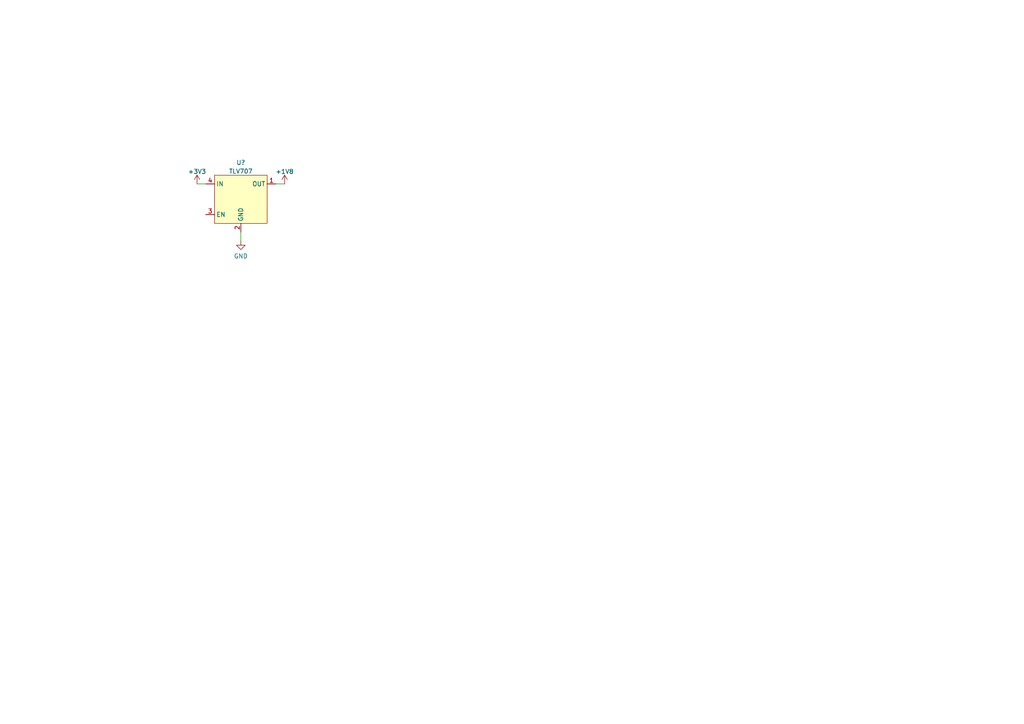
<source format=kicad_sch>
(kicad_sch (version 20211123) (generator eeschema)
  (paper "A4")
  (lib_symbols
    (symbol "Voltage_Regulators_Linear:TLV707"
      (property "Reference" "U?" (at 0 2.379 0))
      (property "Value" "TLV707" (at 0 -0.1579 0))
      (symbol "TLV707_0_1"
        (rectangle (start -7.62 -1.27) (end 7.62 -15.24) (stroke (width 0.1524)) (fill (type background)))
      )
      (symbol "TLV707_1_1"
        (pin input line (at 10.16 -3.81 180) (length 2.54) (name "OUT") (number "1"))
        (pin input line (at 0 -17.78 90) (length 2.54) (name "GND") (number "2"))
        (pin input line (at -10.16 -12.7 0) (length 2.54) (name "EN") (number "3"))
        (pin input line (at -10.16 -3.81 0) (length 2.54) (name "IN") (number "4"))
      )
    )
    (symbol "power:+1V8" (power) (pin_names (offset 0))
      (property "Value" "+1V8" (at 0 3.556 0))
      (symbol "+1V8_0_1"
        (polyline (pts (xy -0.762 1.27) (xy 0 2.54)))
        (polyline (pts (xy 0 0) (xy 0 2.54)))
        (polyline (pts (xy 0 2.54) (xy 0.762 1.27)))
      )
      (symbol "+1V8_1_1"
        (pin power_in line (at 0 0 90) (length 0) hide (name "+1V8") (number "1"))
      )
    )
    (symbol "power:+3.3V" (power) (pin_names (offset 0))
      (property "Value" "+3.3V" (at 0 3.556 0))
      (symbol "+3.3V_0_1"
        (polyline (pts (xy -0.762 1.27) (xy 0 2.54)))
        (polyline (pts (xy 0 0) (xy 0 2.54)))
        (polyline (pts (xy 0 2.54) (xy 0.762 1.27)))
      )
      (symbol "+3.3V_1_1"
        (pin power_in line (at 0 0 90) (length 0) hide (name "+3V3") (number "1"))
      )
    )
    (symbol "power:GND" (power) (pin_names (offset 0))
      (property "Value" "GND" (at 0 -3.81 0))
      (symbol "GND_0_1"
        (polyline (pts (xy 0 0) (xy 0 -1.27) (xy 1.27 -1.27) (xy 0 -2.54) (xy -1.27 -1.27) (xy 0 -1.27)))
      )
      (symbol "GND_1_1"
        (pin power_in line (at 0 0 270) (length 0) hide (name "GND") (number "1"))
      )
    )
  )
  (wire (pts (xy 80.01 53.34) (xy 82.55 53.34)))
  (wire (pts (xy 57.15 53.34) (xy 59.69 53.34)))
  (wire (pts (xy 69.85 67.31) (xy 69.85 69.85)))
  (symbol (lib_id "power:+1V8") (at 82.55 53.34 0) (unit 1)
    (property "Reference" "#PWR?" (effects hide))
    (property "Value" "+1V8" (at 82.55 49.7642 0))
  )
  (symbol (lib_id "Voltage_Regulators_Linear:TLV707") (at 69.85 49.53 0) (unit 1)
    (property "Reference" "U?" (at 69.85 47.151 0))
    (property "Value" "TLV707" (at 69.85 49.6879 0))
    (property "Datasheet" "https://www.ti.com/lit/ds/symlink/tlv707.pdf" (effects hide))
  )
  (symbol (lib_id "power:+3.3V") (at 57.15 53.34 0) (unit 1)
    (property "Reference" "#PWR?" (effects hide))
    (property "Value" "+3.3V" (at 57.15 49.7642 0))
  )
  (symbol (lib_id "power:GND") (at 69.85 69.85 0) (unit 1)
    (property "Reference" "#PWR?" (effects hide))
    (property "Value" "GND" (at 69.85 74.2934 0))
  )
)
</source>
